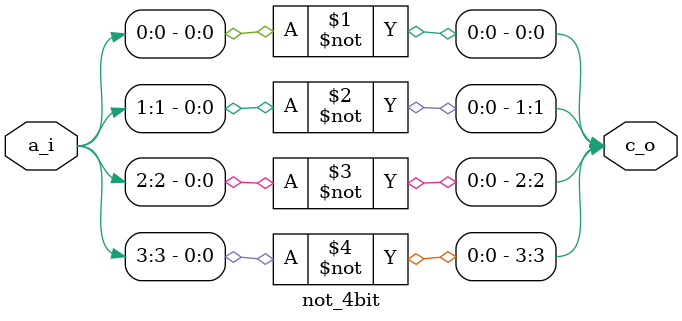
<source format=sv>
module not_4bit(
	input logic [3:0] a_i,
	//input logic [3:0] b_i,
	output logic [3:0] c_o
	);

	not(c_o[0], a_i[0]);
	not(c_o[1], a_i[1]);
	not(c_o[2], a_i[2]);
	not(c_o[3], a_i[3]);
	
endmodule

</source>
